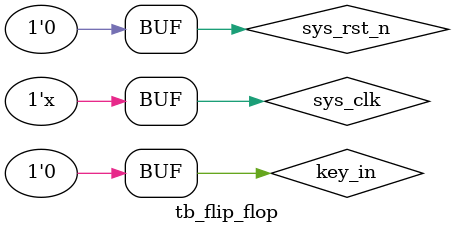
<source format=v>
`timescale 1ns/1ns
module tb_flip_flop();
reg key_in;
reg sys_clk;
reg	sys_rst_n;
wire led_out;
initial begin
	sys_clk <= 1'b0;
	sys_rst_n <= 1'b0;
	key_in <= 1'b0;
	#30
	sys_rst_n <= 1'b1;
	key_in <= 1'b1;
	#10
	key_in <= 1'b0;
	#40
	key_in <= 1'b1;
	sys_rst_n <= 1'b1;
	#5
	key_in <= 1'b0;
	#5
	key_in <= 1'b1;
	#5
	key_in <= 1'b0;
	#5
	key_in <= 1'b1;
	#40
	sys_rst_n <= 1'b0;
	#5
	key_in <= 1'b0;
	end
always #20 sys_clk <= ~sys_clk;

flip_flop flip_flop_inst
(
	.sys_clk	(sys_clk),
	.sys_rst_n	(sys_rst_n),
	.key_in		(key_in),
	.led_out	(led_out)
);
endmodule
</source>
